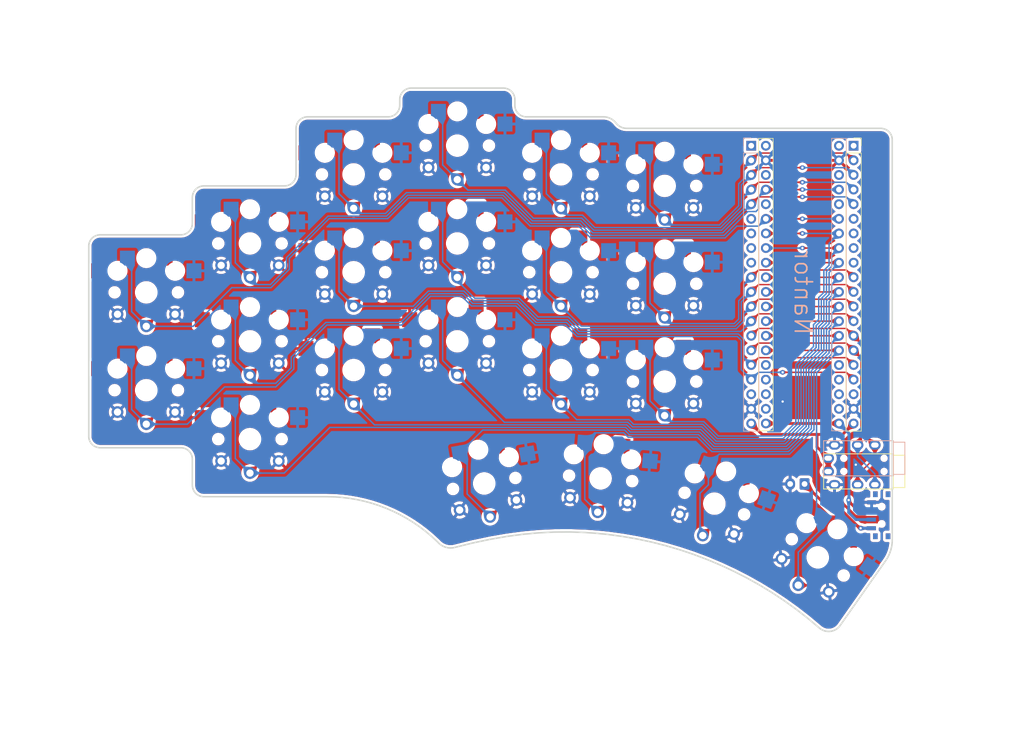
<source format=kicad_pcb>
(kicad_pcb (version 20221018) (generator pcbnew)
  (layers (0 "F.Cu" signal) (31 "B.Cu" signal) (34 "B.Paste" user) (35 "F.Paste" user) (36 "B.SilkS" user "B.Silkscreen") (37 "F.SilkS" user "F.Silkscreen") (38 "B.Mask" user) (39 "F.Mask" user) (44 "Edge.Cuts" user))
  (net 0 "")
  (net 1 "Net-(J2-Pin_1)")
  (net 2 "GND")
  (net 3 "/k00")
  (net 4 "/k01")
  (net 5 "/k02")
  (net 6 "/k03")
  (net 7 "/k04")
  (net 8 "/k05")
  (net 9 "/k10")
  (net 10 "/k11")
  (net 11 "/k12")
  (net 12 "/k13")
  (net 13 "/k14")
  (net 14 "/k15")
  (net 15 "/k21")
  (net 16 "/k22")
  (net 17 "/k23")
  (net 18 "/k24")
  (net 19 "/k25")
  (net 20 "/k33")
  (net 21 "/k34")
  (net 22 "/k35")
  (net 23 "/k36")
  (net 24 "Net-(SW1-B)")
  (net 30 "Net-(U1-PB6)")
  (net 31 "Net-(U1-PB7)")
  (net 33 "+3.3V")
  (footprint "nantor:Kailh_socket_PG1350_optional_reversible_clean" (layer "F.Cu") (at 168.506983 81.277968)
    (fp_text reference "KS12")
    (fp_text value "~")
  )
  (footprint "nantor:Kailh_socket_PG1350_optional_reversible_clean" (layer "F.Cu") (at 96.506983 74.277968)
    (fp_text reference "KS2")
    (fp_text value "~")
  )
  (footprint "nantor:Kailh_socket_PG1350_optional_reversible_clean" (layer "F.Cu") (at 114.506983 62.277968)
    (fp_text reference "KS3")
    (fp_text value "~")
  )
  (footprint "nantor:Kailh_socket_PG1350_optional_reversible_clean" (layer "F.Cu") (at 157.395 115.099 -5)
    (fp_text reference "KS19")
    (fp_text value "~")
  )
  (footprint "nantor:Kailh_socket_PG1350_optional_reversible_clean" (layer "F.Cu") (at 132.506983 57.277968)
    (fp_text reference "KS4")
    (fp_text value "~")
  )
  (footprint "nantor:Kailh_socket_PG1350_optional_reversible_clean" (layer "F.Cu") (at 168.506983 98.277968)
    (fp_text reference "KS17")
    (fp_text value "~")
  )
  (footprint "nantor:Kailh_socket_PG1350_optional_reversible_clean" (layer "F.Cu") (at 150.506983 79.277968)
    (fp_text reference "KS11")
    (fp_text value "~")
  )
  (footprint "nantor:Kailh_socket_PG1350_optional_reversible_clean" (layer "F.Cu") (at 150.506983 96.277968)
    (fp_text reference "KS16")
    (fp_text value "~")
  )
  (footprint "nantor:Kailh_socket_PG1350_optional_reversible_clean" (layer "F.Cu") (at 78.506983 82.777968)
    (fp_text reference "KS1")
    (fp_text value "~")
  )
  (footprint "nantor:Kailh_socket_PG1350_optional_reversible_clean" (layer "F.Cu") (at 78.506983 99.777968)
    (fp_text reference "KS7")
    (fp_text value "~")
  )
  (footprint "nantor:Kailh_socket_PG1350_optional_reversible_clean" (layer "F.Cu") (at 177.147 119.478 -20)
    (fp_text reference "KS20")
    (fp_text value "~")
  )
  (footprint "nantor:BlackPill" (layer "F.Cu") (at 186.081983 57.297968)
    (fp_text reference "U1")
    (fp_text value "YAAJ_WeAct_BlackPill_Part_Like" hide)
  )
  (footprint "nantor:Kailh_socket_PG1350_optional_reversible_clean" (layer "F.Cu") (at 150.506983 62.277968)
    (fp_text reference "KS5")
    (fp_text value "~")
  )
  (footprint "nantor:SW_SPDT_PCM12" (layer "F.Cu") (at 205.876699 121.509898 90)
    (fp_text reference "SW1")
    (fp_text value "Power")
  )
  (footprint "nantor:TRRS-PJ-320A" (layer "F.Cu") (at 208.215182 113.887147 -90)
    (fp_text reference "J1")
    (fp_text value "Bridge")
  )
  (footprint "nantor:Kailh_socket_PG1350_optional_reversible_clean" (layer "F.Cu") (at 168.506983 64.277968)
    (fp_text reference "KS6")
    (fp_text value "~")
  )
  (footprint "nantor:Kailh_socket_PG1350_optional_reversible_clean" (layer "F.Cu") (at 96.506983 108.277968)
    (fp_text reference "KS13")
    (fp_text value "~")
  )
  (footprint "nantor:Kailh_socket_PG1350_optional_reversible_clean" (layer "F.Cu") (at 114.506983 96.277968)
    (fp_text reference "KS14")
    (fp_text value "~")
  )
  (footprint "nantor:Kailh_socket_PG1350_optional_reversible_clean" (layer "F.Cu") (at 137.183 115.982 10)
    (fp_text reference "KS18")
    (fp_text value "~")
  )
  (footprint "nantor:Kailh_socket_PG1350_optional_reversible_clean" (layer "F.Cu") (at 132.506983 74.277968)
    (fp_text reference "KS10")
    (fp_text value "~")
  )
  (footprint "nantor:Kailh_socket_PG1350_optional_reversible_clean" (layer "F.Cu") (at 132.506983 91.277968)
    (fp_text reference "KS15")
    (fp_text value "~")
  )
  (footprint "nantor:Kailh_socket_PG1350_optional_reversible_clean" (layer "F.Cu") (at 195.093 128.82 -35)
    (fp_text reference "KS21")
    (fp_text value "~")
  )
  (footprint "nantor:Kailh_socket_PG1350_optional_reversible_clean" (layer "F.Cu") (at 114.506983 79.277968)
    (fp_text reference "KS9")
    (fp_text value "~")
  )
  (footprint "nantor:Kailh_socket_PG1350_optional_reversible_clean" (layer "F.Cu") (at 96.506983 91.277968)
    (fp_text reference "KS8")
    (fp_text value "~")
  )
  (footprint "nantor:SW_SPDT_PCM12" (layer "B.Cu") (at 205.877 121.51 -90)
    (fp_text reference "SW2")
    (fp_text value "Power")
  )
  (footprint "nantor:JST_EH_S2B-EH_1x02_P2.50mm_Horizontal" (layer "B.Cu") (at 192.806983 116.071469 180)
    (fp_text reference "J2" hide)
    (fp_text value "Batt")
  )
  (gr_poly (pts (xy 117.149878 110.540034) (xy 117.152864 110.641501) (xy 117.160869 110.741629) (xy 117.173769 110.840293) (xy 117.191441 110.937373) (xy 117.213764 111.032745) (xy 117.240613 111.126286) (xy 117.271867 111.217875) (xy 117.307403 111.307388) (xy 117.347097 111.394703) (xy 117.390827 111.479697) (xy 117.43847 111.562248) (xy 117.489904 111.642233) (xy 117.545005 111.71953) (xy 117.603651 111.794016) (xy 117.665718 111.865569) (xy 117.731085 111.934065) (xy 117.799629 111.999383) (xy 117.871225 112.0614) (xy 117.945753 112.119992) (xy 118.023088 112.175039) (xy 118.103109 112.226416) (xy 118.185692 112.274002) (xy 118.270714 112.317674) (xy 118.358054 112.357309) (xy 118.447587 112.392784) (xy 118.539191 112.423978) (xy 118.632744 112.450768) (xy 118.728123 112.47303) (xy 118.825204 112.490643) (xy 118.923865 112.503484) (xy 119.023983 112.511429) (xy 119.125436 112.514358) (xy 119.125436 114.49115) (xy 118.922127 114.48601) (xy 118.721486 114.470756) (xy 118.523761 114.445637) (xy 118.329199 114.410899) (xy 118.13805 114.366792) (xy 117.950561 114.313562) (xy 117.766981 114.251458) (xy 117.587559 114.180728) (xy 117.412542 114.101619) (xy 117.24218 114.014381) (xy 117.07672 113.91926) (xy 116.91641 113.816505) (xy 116.7615 113.706363) (xy 116.612237 113.589083) (xy 116.46887 113.464913) (xy 116.331647 113.3341) (xy 116.200817 113.196892) (xy 116.076627 113.053538) (xy 115.959327 112.904285) (xy 115.849164 112.749382) (xy 115.746387 112.589076) (xy 115.651244 112.423615) (xy 115.563984 112.253247) (xy 115.484854 112.078221) (xy 115.414104 111.898783) (xy 115.351981 111.715183) (xy 115.298735 111.527668) (xy 115.254613 111.336486) (xy 115.219863 111.141885) (xy 115.194734 110.944113) (xy 115.179475 110.743417) (xy 115.174333 110.540047) (xy 115.072881 110.542978) (xy 114.972762 110.550933) (xy 114.874101 110.56379) (xy 114.77702 110.581424) (xy 114.681642 110.603714) (xy 114.58809 110.630535) (xy 114.496485 110.661766) (xy 114.406952 110.697283) (xy 114.319613 110.736962) (xy 114.234591 110.780682) (xy 114.152008 110.828318) (xy 114.071988 110.879749) (xy 113.994652 110.93485) (xy 113.920125 110.993499) (xy 113.848528 111.055573) (xy 113.779985 111.120948) (xy 113.714619 111.189502) (xy 113.652551 111.261112) (xy 113.593905 111.335655) (xy 113.538804 111.413007) (xy 113.487371 111.493046) (xy 113.439727 111.575648) (xy 113.395997 111.660691) (xy 113.356303 111.748051) (xy 113.320767 111.837606) (xy 113.289513 111.929232) (xy 113.262663 112.022806) (xy 113.240341 112.118206) (xy 113.222668 112.215308) (xy 113.209767 112.313989) (xy 113.201762 112.414127) (xy 113.198776 112.515598) (xy 111.223218 112.515598) (xy 111.22836 112.312229) (xy 111.243619 112.111534) (xy 111.268747 111.913763) (xy 111.303497 111.719163) (xy 111.347619 111.527981) (xy 111.400865 111.340466) (xy 111.462987 111.156867) (xy 111.533737 110.97743) (xy 111.612866 110.802403) (xy 111.700126 110.632036) (xy 111.795268 110.466575) (xy 111.898045 110.306269) (xy 112.008207 110.151365) (xy 112.125508 110.002112) (xy 112.249697 109.858758) (xy 112.380527 109.72155) (xy 112.51775 109.590737) (xy 112.661116 109.466566) (xy 112.810379 109.349286) (xy 112.965289 109.239144) (xy 113.125599 109.136388) (xy 113.291059 109.041267) (xy 113.461421 108.954028) (xy 113.636438 108.874919) (xy 113.815861 108.804189) (xy 113.999441 108.742085) (xy 114.18693 108.688855) (xy 114.37808 108.644747) (xy 114.572642 108.610009) (xy 114.770369 108.584889) (xy 114.971011 108.569636) (xy 115.17432 108.564496) (xy 115.17432 108.564483) (xy 117.149878 108.564483)) (fill solid) (layer "F.Cu"))
  (gr_poly (pts (xy 111.753005 110.540305) (xy 111.651552 110.543234) (xy 111.551434 110.551184) (xy 111.452773 110.564032) (xy 111.355692 110.581656) (xy 111.260314 110.603931) (xy 111.166761 110.630736) (xy 111.075157 110.661948) (xy 110.985624 110.697444) (xy 110.898285 110.737101) (xy 110.813262 110.780796) (xy 110.73068 110.828407) (xy 110.650659 110.879811) (xy 110.573324 110.934884) (xy 110.498796 110.993505) (xy 110.4272 111.05555) (xy 110.358657 111.120897) (xy 110.29329 111.189422) (xy 110.231222 111.261003) (xy 110.172577 111.335517) (xy 110.117476 111.412841) (xy 110.066042 111.492853) (xy 110.018399 111.57543) (xy 109.974669 111.660449) (xy 109.934974 111.747786) (xy 109.899439 111.83732) (xy 109.868185 111.928927) (xy 109.841335 112.022485) (xy 109.819012 112.117871) (xy 109.801339 112.214962) (xy 109.788439 112.313635) (xy 109.780434 112.413767) (xy 109.777447 112.515236) (xy 107.80189 112.515236) (xy 107.807031 112.311867) (xy 107.82229 112.111173) (xy 107.847419 111.913401) (xy 107.882168 111.718801) (xy 107.92629 111.527619) (xy 107.979537 111.340105) (xy 108.041659 111.156505) (xy 108.112408 110.977068) (xy 108.191537 110.802042) (xy 108.278797 110.631674) (xy 108.37394 110.466213) (xy 108.476717 110.305907) (xy 108.586879 110.151004) (xy 108.704179 110.001751) (xy 108.828368 109.858396) (xy 108.959199 109.721188) (xy 109.096421 109.590375) (xy 109.239788 109.466204) (xy 109.389051 109.348924) (xy 109.543961 109.238782) (xy 109.70427 109.136026) (xy 109.86973 109.040905) (xy 110.040093 108.953666) (xy 110.21511 108.874557) (xy 110.394532 108.803827) (xy 110.578112 108.741723) (xy 110.765601 108.688493) (xy 110.956751 108.644385) (xy 111.151313 108.609647) (xy 111.34904 108.584527) (xy 111.549682 108.569274) (xy 111.752992 108.564134) (xy 111.753005 108.564121)) (fill solid) (layer "F.Cu"))
  (gr_poly (pts (xy 121.496427 114.49071) (xy 119.52087 114.49071) (xy 119.52087 112.515158) (xy 121.496427 112.515158)) (fill solid) (layer "F.Cu"))
  (gr_poly (pts (xy 140.607062 47.279821) (xy 140.705562 47.287149) (xy 140.803226 47.299281) (xy 140.899888 47.316147) (xy 140.995386 47.33768) (xy 141.089556 47.363813) (xy 141.182232 47.394476) (xy 141.273253 47.429603) (xy 141.362452 47.469125) (xy 141.449667 47.512975) (xy 141.534734 47.561084) (xy 141.617489 47.613385) (xy 141.697767 47.66981) (xy 141.775405 47.73029) (xy 141.850238 47.794759) (xy 141.922104 47.863148) (xy 141.990493 47.935013) (xy 142.054962 48.009846) (xy 142.115443 48.087483) (xy 142.171868 48.16776) (xy 142.224169 48.250514) (xy 142.272278 48.335581) (xy 142.316128 48.422795) (xy 142.35565 48.511995) (xy 142.390777 48.603015) (xy 142.42144 48.695692) (xy 142.447572 48.789861) (xy 142.469105 48.88536) (xy 142.485971 48.982023) (xy 142.498102 49.079687) (xy 142.505431 49.178188) (xy 142.507889 49.277363) (xy 142.507889 50.277363) (xy 142.510347 50.376537) (xy 142.517675 50.475038) (xy 142.529806 50.572703) (xy 142.546673 50.669366) (xy 142.568206 50.764864) (xy 142.594338 50.859034) (xy 142.625001 50.951711) (xy 142.660128 51.042731) (xy 142.69965 51.13193) (xy 142.743499 51.219145) (xy 142.791609 51.304211) (xy 142.843909 51.386965) (xy 142.900334 51.467243) (xy 142.960815 51.54488) (xy 143.025284 51.619713) (xy 143.093674 51.691578) (xy 143.165539 51.759967) (xy 143.240373 51.824435) (xy 143.318011 51.884916) (xy 143.398289 51.941341) (xy 143.481043 51.993641) (xy 143.56611 52.041751) (xy 143.653325 52.0856) (xy 143.742525 52.125123) (xy 143.833545 52.160249) (xy 143.926222 52.190913) (xy 144.020391 52.217045) (xy 144.115889 52.238578) (xy 144.212552 52.255445) (xy 144.310215 52.267576) (xy 144.408716 52.274905) (xy 144.507889 52.277363) (xy 157.895355 52.277367) (xy 158.053729 52.281956) (xy 158.21063 52.295612) (xy 158.365715 52.318164) (xy 158.518638 52.349442) (xy 158.669056 52.389278) (xy 158.816624 52.437502) (xy 158.960999 52.493944) (xy 159.101837 52.558435) (xy 159.238793 52.630804) (xy 159.371523 52.710883) (xy 159.499683 52.798502) (xy 159.62293 52.89349) (xy 159.740917 52.99568) (xy 159.853303 53.104901) (xy 159.959742 53.220983) (xy 160.059891 53.343758) (xy 160.077408 53.366547) (xy 160.162945 53.47141) (xy 160.253855 53.570558) (xy 160.349844 53.663845) (xy 160.450619 53.751126) (xy 160.555885 53.832257) (xy 160.665349 53.907092) (xy 160.778715 53.975488) (xy 160.895691 54.037299) (xy 161.015982 54.092381) (xy 161.139294 54.140588) (xy 161.265333 54.181776) (xy 161.393806 54.215799) (xy 161.524418 54.242515) (xy 161.656874 54.261776) (xy 161.790882 54.273439) (xy 161.926147 54.277359) (xy 206.037186 54.277359) (xy 206.136359 54.279817) (xy 206.234859 54.287146) (xy 206.332523 54.299277) (xy 206.429185 54.316143) (xy 206.524683 54.337677) (xy 206.618852 54.363809) (xy 206.711529 54.394472) (xy 206.802549 54.429599) (xy 206.891749 54.469121) (xy 206.978964 54.512971) (xy 207.064031 54.56108) (xy 207.146785 54.613381) (xy 207.227064 54.669806) (xy 207.304701 54.730287) (xy 207.379535 54.794755) (xy 207.451401 54.863144) (xy 207.51979 54.935009) (xy 207.584259 55.009842) (xy 207.64474 55.087479) (xy 207.701165 55.167756) (xy 207.753466 55.25051) (xy 207.801575 55.335577) (xy 207.845425 55.422792) (xy 207.884947 55.511991) (xy 207.920073 55.603011) (xy 207.950737 55.695688) (xy 207.976869 55.789857) (xy 207.998402 55.885356) (xy 208.015268 55.982019) (xy 208.027399 56.079683) (xy 208.034728 56.178185) (xy 208.037186 56.277359) (xy 208.037201 125.767593) (xy 208.032512 126.011234) (xy 208.018498 126.25388) (xy 207.995239 126.495277) (xy 207.962816 126.735172) (xy 207.921308 126.973311) (xy 207.870795 127.209441) (xy 207.811358 127.443309) (xy 207.743076 127.674662) (xy 207.66603 127.903245) (xy 207.5803 128.128805) (xy 207.485966 128.351089) (xy 207.383107 128.569843) (xy 207.271804 128.784814) (xy 207.152137 128.995749) (xy 207.024186 129.202394) (xy 206.888031 129.404495) (xy 198.988876 140.656372) (xy 198.911521 140.760587) (xy 198.829181 140.860074) (xy 198.742082 140.954697) (xy 198.65045 141.044323) (xy 198.554512 141.128814) (xy 198.454493 141.208035) (xy 198.350621 141.281851) (xy 198.24312 141.350126) (xy 198.132218 141.412725) (xy 198.018141 141.469512) (xy 197.901114 141.520351) (xy 197.781365 141.565107) (xy 197.659119 141.603644) (xy 197.534603 141.635827) (xy 197.408042 141.66152) (xy 197.279663 141.680588) (xy 197.150456 141.692838) (xy 197.021426 141.69822) (xy 196.892825 141.696813) (xy 196.764907 141.688692) (xy 196.637923 141.673936) (xy 196.512124 141.652622) (xy 196.387763 141.624827) (xy 196.265093 141.59063) (xy 196.144364 141.550106) (xy 196.02583 141.503334) (xy 195.909742 141.450392) (xy 195.796352 141.391355) (xy 195.685913 141.326303) (xy 195.578676 141.255313) (xy 195.474893 141.178461) (xy 195.374817 141.095825) (xy 195.351318 141.075333) (xy 195.342282 141.06749) (xy 195.332035 141.058517) (xy 195.321805 141.049579) (xy 195.31282 141.04184) (xy 193.354234 139.399813) (xy 191.340502 137.836923) (xy 189.274087 136.354217) (xy 187.157453 134.952743) (xy 184.993064 133.633546) (xy 182.783384 132.397676) (xy 180.530876 131.246178) (xy 178.238005 130.1801) (xy 175.907233 129.20049) (xy 173.541025 128.308394) (xy 171.141844 127.504861) (xy 168.712154 126.790936) (xy 166.254419 126.167667) (xy 163.771102 125.636102) (xy 161.264668 125.197288) (xy 158.737579 124.852272) (xy 157.807304 124.752673) (xy 156.747551 124.65447) (xy 155.68671 124.56879) (xy 154.753174 124.50676) (xy 152.112063 124.411188) (xy 149.449352 124.424726) (xy 146.745477 124.553332) (xy 143.980873 124.802961) (xy 141.135974 125.179573) (xy 138.191215 125.689122) (xy 135.127032 126.337568) (xy 131.923859 127.130867) (xy 131.726151 127.162866) (xy 131.52835 127.181417) (xy 131.331064 127.186731) (xy 131.134899 127.179019) (xy 130.940462 127.158491) (xy 130.748359 127.125358) (xy 130.559199 127.079831) (xy 130.373587 127.02212) (xy 130.19213 126.952435) (xy 130.015436 126.870988) (xy 129.844111 126.777989) (xy 129.678762 126.673649) (xy 129.519996 126.558178) (xy 129.368419 126.431787) (xy 129.22464 126.294687) (xy 129.089264 126.147087) (xy 129.008057 126.068176) (xy 128.024161 125.157373) (xy 127.001501 124.299028) (xy 125.942219 123.49401) (xy 124.848458 122.74319) (xy 123.72236 122.047436) (xy 122.56607 121.407619) (xy 121.38173 120.82461) (xy 120.171483 120.299276) (xy 118.937472 119.832489) (xy 117.68184 119.425119) (xy 116.406731 119.078034) (xy 115.114286 118.792105) (xy 113.806649 118.568202) (xy 112.485964 118.407194) (xy 111.154372 118.309951) (xy 109.814018 118.277344) (xy 88.507812 118.277344) (xy 88.408638 118.274886) (xy 88.310137 118.267557) (xy 88.212473 118.255426) (xy 88.11581 118.23856) (xy 88.020312 118.217027) (xy 87.926142 118.190895) (xy 87.833466 118.160231) (xy 87.742446 118.125105) (xy 87.653247 118.085583) (xy 87.566032 118.041733) (xy 87.480966 117.993624) (xy 87.398212 117.941323) (xy 87.317934 117.884898) (xy 87.240296 117.824417) (xy 87.165463 117.759948) (xy 87.093597 117.691559) (xy 87.025208 117.619693) (xy 86.960739 117.54486) (xy 86.900258 117.467222) (xy 86.843833 117.386945) (xy 86.791532 117.304191) (xy 86.743423 117.219124) (xy 86.699573 117.13191) (xy 86.660051 117.04271) (xy 86.624925 116.95169) (xy 86.594261 116.859014) (xy 86.568129 116.764845) (xy 86.546596 116.669346) (xy 86.52973 116.572683) (xy 86.517599 116.475019) (xy 86.51027 116.376518) (xy 86.507813 116.277344) (xy 86.507813 111.777344) (xy 86.505355 111.678169) (xy 86.498026 111.579668) (xy 86.485895 111.482004) (xy 86.469029 111.385341) (xy 86.447496 111.289843) (xy 86.421363 111.195674) (xy 86.3907 111.102997) (xy 86.355574 111.011977) (xy 86.316052 110.922778) (xy 86.272202 110.835563) (xy 86.224093 110.750497) (xy 86.171792 110.667743) (xy 86.115367 110.587465) (xy 86.054886 110.509828) (xy 85.990417 110.434994) (xy 85.922028 110.363129) (xy 85.850162 110.294739) (xy 85.775329 110.23027) (xy 85.697691 110.169789) (xy 85.617413 110.113364) (xy 85.534659 110.061063) (xy 85.449593 110.012954) (xy 85.362378 109.969105) (xy 85.273179 109.929583) (xy 85.182159 109.894456) (xy 85.089483 109.863793) (xy 84.995313 109.837661) (xy 84.899815 109.816127) (xy 84.803152 109.799261) (xy 84.705488 109.78713) (xy 84.606987 109.779802) (xy 84.507813 109.777344) (xy 70.507813 109.777344) (xy 70.408638 109.774886) (xy 70.310137 109.767557) (xy 70.212473 109.755426) (xy 70.11581 109.73856) (xy 70.020312 109.717027) (xy 69.926142 109.690895) (xy 69.833466 109.660232) (xy 69.742446 109.625105) (xy 69.653247 109.585583) (xy 69.566032 109.541733) (xy 69.480966 109.493624) (xy 69.398212 109.441323) (xy 69.317934 109.384898) (xy 69.240296 109.324417) (xy 69.165463 109.259948) (xy 69.093597 109.191559) (xy 69.025208 109.119693) (xy 68.960739 109.04486) (xy 68.900258 108.967222) (xy 68.843833 108.886945) (xy 68.791532 108.804191) (xy 68.743423 108.719124) (xy 68.699573 108.63191) (xy 68.660051 108.54271) (xy 68.624925 108.45169) (xy 68.594261 108.359014) (xy 68.568129 108.264845) (xy 68.546596 108.169346) (xy 68.52973 108.072683) (xy 68.517599 107.975019) (xy 68.51027 107.876518) (xy 68.507813 107.777344) (xy 68.507813 74.777344) (xy 68.51027 74.678169) (xy 68.517599 74.579668) (xy 68.52973 74.482004) (xy 68.546596 74.385341) (xy 68.568129 74.289843) (xy 68.594261 74.195674) (xy 68.624925 74.102997) (xy 68.660051 74.011977) (xy 68.699573 73.922778) (xy 68.743423 73.835563) (xy 68.791532 73.750497) (xy 68.843833 73.667743) (xy 68.900258 73.587465) (xy 68.960739 73.509828) (xy 69.025208 73.434994) (xy 69.093597 73.363129) (xy 69.165463 73.294739) (xy 69.240296 73.23027) (xy 69.317934 73.169789) (xy 69.398212 73.113364) (xy 69.480966 73.061063) (xy 69.566032 73.012954) (xy 69.653247 72.969105) (xy 69.742446 72.929583) (xy 69.833466 72.894456) (xy 69.926142 72.863793) (xy 70.020312 72.837661) (xy 70.11581 72.816128) (xy 70.212473 72.799261) (xy 70.310137 72.78713) (xy 70.408638 72.779802) (xy 70.507813 72.777344) (xy 84.507813 72.777344) (xy 84.606987 72.774886) (xy 84.705488 72.767557) (xy 84.803152 72.755426) (xy 84.899815 72.73856) (xy 84.995313 72.717027) (xy 85.089483 72.690895) (xy 85.182159 72.660231) (xy 85.273179 72.625105) (xy 85.362378 72.585583) (xy 85.449593 72.541733) (xy 85.534659 72.493624) (xy 85.617413 72.441323) (xy 85.697691 72.384898) (xy 85.775329 72.324417) (xy 85.850162 72.259948) (xy 85.922028 72.191559) (xy 85.990417 72.119693) (xy 86.054886 72.04486) (xy 86.115367 71.967222) (xy 86.171792 71.886945) (xy 86.224093 71.804191) (xy 86.272202 71.719124) (xy 86.316052 71.63191) (xy 86.355574 71.54271) (xy 86.3907 71.45169) (xy 86.421363 71.359014) (xy 86.447496 71.264845) (xy 86.469029 71.169346) (xy 86.485895 71.072683) (xy 86.498026 70.975019) (xy 86.505355 70.876518) (xy 86.507813 70.777344) (xy 86.507813 66.277344) (xy 86.51027 66.178169) (xy 86.517599 66.079668) (xy 86.52973 65.982004) (xy 86.546596 65.885341) (xy 86.568129 65.789843) (xy 86.594261 65.695674) (xy 86.624925 65.602997) (xy 86.660051 65.511977) (xy 86.699573 65.422778) (xy 86.743423 65.335563) (xy 86.791532 65.250497) (xy 86.843833 65.167743) (xy 86.900258 65.087465) (xy 86.960739 65.009828) (xy 87.025208 64.934994) (xy 87.093597 64.863129) (xy 87.165463 64.794739) (xy 87.240296 64.73027) (xy 87.317934 64.669789) (xy 87.398212 64.613364) (xy 87.480966 64.561064) (xy 87.566032 64.512954) (xy 87.653247 64.469105) (xy 87.742446 64.429583) (xy 87.833466 64.394456) (xy 87.926142 64.363793) (xy 88.020312 64.337661) (xy 88.11581 64.316127) (xy 88.212473 64.299261) (xy 88.310137 64.28713) (xy 88.408638 64.279802) (xy 88.507812 64.277344) (xy 102.507812 64.277344) (xy 102.606987 64.274886) (xy 102.705488 64.267557) (xy 102.803152 64.255426) (xy 102.899815 64.23856) (xy 102.995313 64.217027) (xy 103.089483 64.190895) (xy 103.182159 64.160232) (xy 103.273179 64.125105) (xy 103.362378 64.085583) (xy 103.449593 64.041733) (xy 103.534659 63.993624) (xy 103.617413 63.941323) (xy 103.697691 63.884898) (xy 103.775329 63.824417) (xy 103.850162 63.759948) (xy 103.922028 63.691559) (xy 103.990417 63.619694) (xy 104.054886 63.544861) (xy 104.115367 63.467224) (xy 104.171792 63.386946) (xy 104.224093 63.304192) (xy 104.272202 63.219126) (xy 104.316052 63.131911) (xy 104.355574 63.042712) (xy 104.3907 62.951692) (xy 104.421364 62.859015) (xy 104.447496 62.764845) (xy 104.469029 62.669347) (xy 104.485895 62.572684) (xy 104.498026 62.475019) (xy 104.505355 62.376518) (xy 104.507812 62.277344) (xy 104.507812 54.277344) (xy 104.51027 54.178169) (xy 104.517599 54.079668) (xy 104.52973 53.982004) (xy 104.546596 53.885341) (xy 104.568129 53.789842) (xy 104.594261 53.695673) (xy 104.624925 53.602996) (xy 104.660051 53.511976) (xy 104.699573 53.422776) (xy 104.743423 53.335561) (xy 104.791532 53.250495) (xy 104.843833 53.167741) (xy 104.900258 53.087464) (xy 104.960739 53.009826) (xy 105.025208 52.934993) (xy 105.093597 52.863129) (xy 105.165463 52.79474) (xy 105.240296 52.730271) (xy 105.317934 52.669791) (xy 105.398212 52.613366) (xy 105.480966 52.561065) (xy 105.566032 52.512956) (xy 105.653247 52.469106) (xy 105.742446 52.429584) (xy 105.833466 52.394457) (xy 105.926142 52.363794) (xy 106.020312 52.337661) (xy 106.11581 52.316128) (xy 106.212473 52.299262) (xy 106.310137 52.28713) (xy 106.408638 52.279802) (xy 106.507812 52.277344) (xy 120.507813 52.277344) (xy 120.606987 52.274886) (xy 120.705488 52.267557) (xy 120.803152 52.255426) (xy 120.899815 52.238559) (xy 120.995313 52.217026) (xy 121.089483 52.190894) (xy 121.182159 52.16023) (xy 121.273179 52.125104) (xy 121.362378 52.085581) (xy 121.449593 52.041732) (xy 121.534659 51.993622) (xy 121.617413 51.941321) (xy 121.697691 51.884897) (xy 121.775329 51.824416) (xy 121.850162 51.759948) (xy 121.922028 51.691559) (xy 121.990417 51.619694) (xy 122.054886 51.544861) (xy 122.115367 51.467224) (xy 122.171792 51.386946) (xy 122.224093 51.304192) (xy 122.272202 51.219126) (xy 122.316052 51.131911) (xy 122.355574 51.042712) (xy 122.3907 50.951692) (xy 122.421364 50.859015) (xy 122.447496 50.764845) (xy 122.469029 50.669347) (xy 122.485895 50.572684) (xy 122.498026 50.475019) (xy 122.505355 50.376518) (xy 122.507813 50.277344) (xy 122.507813 49.277344) (xy 122.507889 49.277363) (xy 122.510347 49.178188) (xy 122.517675 49.079687) (xy 122.529807 48.982023) (xy 122.546673 48.88536) (xy 122.568206 48.789861) (xy 122.594338 48.695692) (xy 122.625001 48.603015) (xy 122.660128 48.511995) (xy 122.69965 48.422795) (xy 122.743499 48.335581) (xy 122.791608 48.250514) (xy 122.84391 48.16776) (xy 122.900334 48.087483) (xy 122.960815 48.009846) (xy 123.025284 47.935013) (xy 123.093674 47.863148) (xy 123.165539 47.794759) (xy 123.240373 47.73029) (xy 123.31801 47.66981) (xy 123.398288 47.613385) (xy 123.481042 47.561084) (xy 123.566108 47.512975) (xy 123.653323 47.469125) (xy 123.742522 47.429603) (xy 123.833542 47.394476) (xy 123.926219 47.363813) (xy 124.020388 47.33768) (xy 124.115886 47.316147) (xy 124.212549 47.299281) (xy 124.310213 47.287149) (xy 124.408714 47.279821) (xy 124.507889 47.277363) (xy 140.507889 47.277363)) (stroke (width 0.264582)) (fill none) (layer "Edge.Cuts"))
  (gr_text "Nantor" (at 190.814983 90.417469 -90) (layer "B.SilkS") (effects (font (size 3 3) (thickness 0.3) bold) (justify left bottom mirror)))
  (segment (start 202.540699 123.759898) (end 202.541699 123.760898) (width 0.5) (layer "F.Cu") (net 1))
  (segment (start 192.806983 116.071469) (end 197.533482 120.797968) (width 0.5) (layer "F.Cu") (net 1))
  (segment (start 199.415983 120.797968) (end 202.377913 123.759898) (width 0.5) (layer "F.Cu") (net 1))
  (segment (start 202.541699 123.760898) (end 202.542699 123.759898) (width 0.5) (layer "F.Cu") (net 1))
  (segment (start 197.533482 120.797968) (end 199.415983 120.797968) (width 0.5) (layer "F.Cu") (net 1))
  (segment (start 202.542699 123.759898) (end 204.446699 123.759898) (width 0.5) (layer "F.Cu") (net 1))
  (segment (start 202.377913 123.759898) (end 202.540699 123.759898) (width 0.5) (layer "F.Cu") (net 1))
  (via (at 202.541699 123.760898) (size 0.8) (drill 0.4) (layers "F.Cu" "B.Cu") (net 1))
  (segment (start 204.446102 123.760898) (end 204.447 123.76) (width 0.5) (layer "B.Cu") (net 1))
  (segment (start 202.541699 123.760898) (end 204.446102 123.760898) (width 0.5) (layer "B.Cu") (net 1))
  (segment (start 186.081983 59.837968) (end 198.781983 59.837968) (width 0.5) (layer "F.Cu") (net 2))
  (via (at 189 101.747968) (size 0.8) (drill 0.4) (layers "F.Cu" "B.Cu") (net 2))
  (via (at 201.702569 112.720089) (size 0.8) (drill 0.4) (layers "F.Cu" "B.Cu") (net 2))
  (segment (start 78.506983 88.677968) (end 81.046983 86.137968) (width 0.25) (layer "F.Cu") (net 3))
  (segment (start 186.081983 69.997968) (end 192.432 69.997968) (width 0.25) (layer "F.Cu") (net 3))
  (segment (start 81.046983 86.137968) (end 81.046983 77.562968) (width 0.25) (layer "F.Cu") (net 3))
  (segment (start 81.046983 77.562968) (end 81.781983 76.827968) (width 0.25) (layer "F.Cu") (net 3))
  (via (at 192.432 69.997968) (size 0.8) (drill 0.4) (layers "F.Cu" "B.Cu") (net 3))
  (segment (start 120.415421 69.968968) (end 124.029491 66.354898) (width 0.25) (layer "B.Cu") (net 3))
  (segment (start 124.029491 66.354898) (end 140.267793 66.354898) (width 0.25) (layer "B.Cu") (net 3))
  (segment (start 153.576115 71.249898) (end 155.645185 73.318968) (width 0.25) (layer "B.Cu") (net 3))
  (segment (start 75.966983 77.562968) (end 75.231983 76.827968) (width 0.25) (layer "B.Cu") (net 3))
  (segment (start 155.645185 73.318968) (end 179.007379 73.318968) (width 0.25) (layer "B.Cu") (net 3))
  (segment (start 78.506983 88.677968) (end 75.966983 86.137968) (width 0.25) (layer "B.Cu") (net 3))
  (segment (start 86.631983 88.677968) (end 93.345053 81.964898) (width 0.25) (layer "B.Cu") (net 3))
  (segment (start 93.345053 81.964898) (end 100.15291 81.964898) (width 0.25) (layer "B.Cu") (net 3))
  (segment (start 145.162793 71.249898) (end 153.576115 71.249898) (width 0.25) (layer "B.Cu") (net 3))
  (segment (start 110.254025 69.968968) (end 120.415421 69.968968) (width 0.25) (layer "B.Cu") (net 3))
  (segment (start 184.811983 71.267968) (end 186.081983 69.997968) (width 0.25) (layer "B.Cu") (net 3))
  (segment (start 140.267793 66.354898) (end 145.162793 71.249898) (width 0.25) (layer "B.Cu") (net 3))
  (segment (start 100.15291 81.964898) (end 103.337397 78.780411) (width 0.25) (layer "B.Cu") (net 3))
  (segment (start 181.058379 71.267968) (end 184.811983 71.267968) (width 0.25) (layer "B.Cu") (net 3))
  (segment (start 103.337397 78.780411) (end 103.337397 76.885596) (width 0.25) (layer "B.Cu") (net 3))
  (segment (start 78.506983 88.677968) (end 86.631983 88.677968) (width 0.25) (layer "B.Cu") (net 3))
  (segment (start 179.007379 73.318968) (end 181.058379 71.267968) (width 0.25) (layer "B.Cu") (net 3))
  (segment (start 198.781983 69.997968) (end 192.432 69.997968) (width 0.25) (layer "B.Cu") (net 3))
  (segment (start 103.337397 76.885596) (end 110.254025 69.968968) (width 0.25) (layer "B.Cu") (net 3))
  (segment (start 75.966983 86.137968) (end 75.966983 77.562968) (width 0.25) (layer "B.Cu") (net 3))
  (segment (start 99.046983 77.637968) (end 99.046983 69.062968) (width 0.25) (layer "F.Cu") (net 4))
  (segment (start 99.046983 69.062968) (end 99.781983 68.327968) (width 0.25) (layer "F.Cu") (net 4))
  (segment (start 192.338983 64.917968) (end 186.081983 64.917968) (width 0.25) (layer "F.Cu") (net 4))
  (segment (start 96.506983 80.177968) (end 99.046983 77.637968) (width 0.25) (layer "F.Cu") (net 4))
  (via (at 192.432 64.917968) (size 0.8) (drill 0.4) (layers "F.Cu" "B.Cu") (net 4))
  (segment (start 145.349189 70.799898) (end 153.762511 70.799898) (width 0.25) (layer "B.Cu") (net 4))
  (segment (start 153.762511 70.799898) (end 155.831581 72.868968) (width 0.25) (layer "B.Cu") (net 4))
  (segment (start 100.053444 81.427968) (end 102.847983 78.633429) (width 0.25) (layer "B.Cu") (net 4))
  (segment (start 110.067629 69.518968) (end 120.229025 69.518968) (width 0.25) (layer "B.Cu") (net 4))
  (segment (start 140.454189 65.904898) (end 145.349189 70.799898) (width 0.25) (layer "B.Cu") (net 4))
  (segment (start 184.810983 66.188968) (end 186.081983 64.917968) (width 0.25) (layer "B.Cu") (net 4))
  (segment (start 192.338983 64.917968) (end 198.781983 64.917968) (width 0.25) (layer "B.Cu") (net 4))
  (segment (start 120.229025 69.518968) (end 123.843095 65.904898) (width 0.25) (layer "B.Cu") (net 4))
  (segment (start 102.847983 76.738614) (end 110.067629 69.518968) (width 0.25) (layer "B.Cu") (net 4))
  (segment (start 182.961983 68.727968) (end 184.372334 68.727968) (width 0.25) (layer "B.Cu") (net 4))
  (segment (start 93.966983 77.637968) (end 93.966983 69.062968) (width 0.25) (layer "B.Cu") (net 4))
  (segment (start 96.506983 80.177968) (end 97.756983 81.427968) (width 0.25) (layer "B.Cu") (net 4))
  (segment (start 93.966983 69.062968) (end 93.231983 68.327968) (width 0.25) (layer "B.Cu") (net 4))
  (segment (start 97.756983 81.427968) (end 100.053444 81.427968) (width 0.25) (layer "B.Cu") (net 4))
  (segment (start 184.372334 68.727968) (end 184.810983 68.289319) (width 0.25) (layer "B.Cu") (net 4))
  (segment (start 178.820983 72.868968) (end 182.961983 68.727968) (width 0.25) (layer "B.Cu") (net 4))
  (segment (start 123.843095 65.904898) (end 140.454189 65.904898) (width 0.25) (layer "B.Cu") (net 4))
  (segment (start 155.831581 72.868968) (end 178.820983 72.868968) (width 0.25) (layer "B.Cu") (net 4))
  (segment (start 96.506983 80.177968) (end 93.966983 77.637968) (width 0.25) (layer "B.Cu") (net 4))
  (segment (start 184.810983 68.289319) (end 184.810983 66.188968) (width 0.25) (layer "B.Cu") (net 4))
  (segment (start 102.847983 78.633429) (end 102.847983 76.738614) (width 0.25) (layer "B.Cu") (net 4))
  (segment (start 114.506983 68.177968) (end 117.046983 65.637968) (width 0.25) (layer "F.Cu") (net 5))
  (segment (start 192.239482 66.187968) (end 192.338983 66.287469) (width 0.25) (layer "F.Cu") (net 5))
  (segment (start 117.046983 57.062968) (end 117.781983 56.327968) (width 0.25) (layer "F.Cu") (net 5))
  (segment (start 184.811983 66.187968) (end 192.239482 66.187968) (width 0.25) (layer "F.Cu") (net 5))
  (segment (start 117.046983 65.637968) (end 117.046983 57.062968) (width 0.25) (layer "F.Cu") (net 5))
  (segment (start 183.541983 67.457968) (end 184.811983 66.187968) (width 0.25) (layer "F.Cu") (net 5))
  (via (at 192.432 66.187968) (size 0.8) (drill 0.4) (layers "F.Cu" "B.Cu") (net 5))
  (segment (start 123.656699 65.454898) (end 140.640585 65.454898) (width 0.25) (layer "B.Cu") (net 5))
  (segment (start 120.042629 69.068968) (end 123.656699 65.454898) (width 0.25) (layer "B.Cu") (net 5))
  (segment (start 200.051983 66.187968) (end 192.432 66.187968) (width 0.25) (layer "B.Cu") (net 5))
  (segment (start 201.321983 67.457968) (end 200.051983 66.187968) (width 0.25) (layer "B.Cu") (net 5))
  (segment (start 114.506983 68.177968) (end 111.966983 65.637968) (width 0.25) (layer "B.Cu") (net 5))
  (segment (start 114.506983 68.177968) (end 115.397983 69.068968) (width 0.25) (layer "B.Cu") (net 5))
  (segment (start 115.397983 69.068968) (end 120.042629 69.068968) (width 0.25) (layer "B.Cu") (net 5))
  (segment (start 156.017977 72.418968) (end 178.580983 72.418968) (width 0.25) (layer "B.Cu") (net 5))
  (segment (start 178.580983 72.418968) (end 183.541983 67.457968) (width 0.25) (layer "B.Cu") (net 5))
  (segment (start 153.948907 70.349898) (end 156.017977 72.418968) (width 0.25) (layer "B.Cu") (net 5))
  (segment (start 111.966983 57.062968) (end 111.231983 56.327968) (width 0.25) (layer "B.Cu") (net 5))
  (segment (start 140.640585 65.454898) (end 145.535585 70.349898) (width 0.25) (layer "B.Cu") (net 5))
  (segment (start 111.966983 65.637968) (end 111.966983 57.062968) (width 0.25) (layer "B.Cu") (net 5))
  (segment (start 145.535585 70.349898) (end 153.948907 70.349898) (width 0.25) (layer "B.Cu") (net 5))
  (segment (start 135.046983 60.637968) (end 135.046983 52.062968) (width 0.25) (layer "F.Cu") (net 6))
  (segment (start 192.239482 63.647968) (end 192.338983 63.747469) (width 0.25) (layer "F.Cu") (net 6))
  (segment (start 135.046983 52.062968) (end 135.781983 51.327968) (width 0.25) (layer "F.Cu") (net 6))
  (segment (start 184.811983 63.647968) (end 192.239482 63.647968) (width 0.25) (layer "F.Cu") (net 6))
  (segment (start 132.506983 63.177968) (end 135.046983 60.637968) (width 0.25) (layer "F.Cu") (net 6))
  (segment (start 183.541983 64.917968) (end 184.811983 63.647968) (width 0.25) (layer "F.Cu") (net 6))
  (via (at 192.432 63.647968) (size 0.8) (drill 0.4) (layers "F.Cu" "B.Cu") (net 6))
  (segment (start 200.051983 63.647968) (end 192.432 63.647968) (width 0.25) (layer "B.Cu") (net 6))
  (segment (start 129.966983 60.637968) (end 129.966983 52.062968) (width 0.25) (layer "B.Cu") (net 6))
  (segment (start 129.966983 52.062968) (end 129.231983 51.327968) (width 0.25) (layer "B.Cu") (net 6))
  (segment (start 201.321983 64.917968) (end 200.051983 63.647968) (width 0.25) (layer "B.Cu") (net 6))
  (segment (start 182.270983 68.092572) (end 182.270983 66.187968) (width 0.25) (layer "B.Cu") (net 6))
  (segment (start 132.506983 63.177968) (end 129.966983 60.637968) (width 0.25) (layer "B.Cu") (net 6))
  (segment (start 178.394587 71.968968) (end 182.270983 68.092572) (width 0.25) (layer "B.Cu") (net 6))
  (segment (start 182.270983 66.187968) (end 182.271983 66.187968) (width 0.25) (layer "B.Cu") (net 6))
  (segment (start 145.721981 69.899898) (end 154.135303 69.899898) (width 0.25) (layer "B.Cu") (net 6))
  (segment (start 132.506983 63.177968) (end 134.333913 65.004898) (width 0.25) (layer "B.Cu") (net 6))
  (segment (start 154.135303 69.899898) (end 156.204373 71.968968) (width 0.25) (layer "B.Cu") (net 6))
  (segment (start 134.333913 65.004898) (end 140.826981 65.004898) (width 0.25) (layer "B.Cu") (net 6))
  (segment (start 140.826981 65.004898) (end 145.721981 69.899898) (width 0.25) (layer "B.Cu") (net 6))
  (segment (start 182.271983 66.187968) (end 183.541983 64.917968) (width 0.25) (layer "B.Cu") (net 6))
  (segment (start 156.204373 71.968968) (end 178.394587 71.968968) (width 0.25) (layer "B.Cu") (net 6))
  (segment (start 184.811983 61.107968) (end 192.239482 61.107968) (width 0.25) (layer "F.Cu") (net 7))
  (segment (start 153.046983 57.062968) (end 153.781983 56.327968) (width 0.25) (layer "F.Cu") (net 7))
  (segment (start 150.506983 68.177968) (end 153.046983 65.637968) (width 0.25) (layer "F.Cu") (net 7))
  (segment (start 183.541983 62.377968) (end 184.811983 61.107968) (width 0.25) (layer "F.Cu") (net 7))
  (segment (start 153.046983 65.637968) (end 153.046983 57.062968) (width 0.25) (layer "F.Cu") (net 7))
  (segment (start 192.239482 61.107968) (end 192.338983 61.207469) (width 0.25) (layer "F.Cu") (net 7))
  (via (at 192.430983 61.107968) (size 0.8) (drill 0.4) (layers "F.Cu" "B.Cu") (net 7))
  (segment (start 150.506983 68.177968) (end 151.691983 69.362968) (width 0.25) (layer "B.Cu") (net 7))
  (segment (start 181.820983 64.098968) (end 183.541983 62.377968) (width 0.25) (layer "B.Cu") (net 7))
  (segment (start 151.691983 69.362968) (end 154.234769 69.362968) (width 0.25) (layer "B.Cu") (net 7))
  (segment (start 147.966983 57.062968) (end 147.231983 56.327968) (width 0.25) (layer "B.Cu") (net 7))
  (segment (start 150.506983 68.177968) (end 147.966983 65.637968) (width 0.25) (layer "B.Cu") (net 7))
  (segment (start 201.321983 62.377968) (end 200.051983 61.107968) (width 0.25) (layer "B.Cu") (net 7))
  (segment (start 181.820983 67.906176) (end 181.820983 64.098968) (width 0.25) (layer "B.Cu") (net 7))
  (segment (start 156.390769 71.518968) (end 178.208191 71.518968) (width 0.25) (layer "B.Cu") (net 7))
  (segment (start 178.208191 71.518968) (end 181.820983 67.906176) (width 0.25) (layer "B.Cu") (net 7))
  (segment (start 154.234769 69.362968) (end 156.390769 71.518968) (width 0.25) (layer "B.Cu") (net 7))
  (segment (start 200.051983 61.107968) (end 192.430983 61.107968) (width 0.25) (layer "B.Cu") (net 7))
  (segment (start 147.966983 65.637968) (end 147.966983 57.062968) (width 0.25) (layer "B.Cu") (net 7))
  (segment (start 184.811983 58.567968) (end 200.051983 58.567968) (width 0.25) (layer "F.Cu") (net 8))
  (segment (start 200.051983 58.567968) (end 201.321983 59.837968) (width 0.25) (layer "F.Cu") (net 8))
  (segment (start 171.046983 67.637968) (end 171.046983 59.062968) (width 0.25) (layer "F.Cu") (net 8))
  (segment (start 171.046983 59.062968) (end 171.781983 58.327968) (width 0.25) (layer "F.Cu") (net 8))
  (segment (start 168.506983 70.177968) (end 171.046983 67.637968) (width 0.25) (layer "F.Cu") (net 8))
  (segment (start 183.541983 59.837968) (end 184.811983 58.567968) (width 0.25) (layer "F.Cu") (net 8))
  (segment (start 181.370983 67.71978) (end 181.370983 63.912572) (width 0.25) (layer "B.Cu") (net 8))
  (segment (start 182.270983 61.108968) (end 183.541983 59.837968) (width 0.25) (layer "B.Cu") (net 8))
  (segment (start 169.397983 71.068968) (end 178.021795 71.068968) (width 0.25) (layer "B.Cu") (net 8))
  (segment (start 178.021795 71.068968) (end 181.370983 67.71978) (width 0.25) (layer "B.Cu") (net 8))
  (segment (start 168.506983 70.177968) (end 165.966983 67.637968) (width 0.25) (layer "B.Cu") (net 8))
  (segment (start 168.506983 70.177968) (end 169.397983 71.068968) (width 0.25) (layer "B.Cu") (net 8))
  (segment (start 165.966983 59.062968) (end 165.231983 58.327968) (width 0.25) (layer "B.Cu") (net 8))
  (segment (start 182.270983 63.012572) (end 182.270983 61.108968) (width 0.25) (layer "B.Cu") (net 8))
  (segment (start 181.370983 63.912572) (end 182.270983 63.012572) (width 0.25) (layer "B.Cu") (net 8))
  (segment (start 165.966983 67.637968) (end 165.966983 59.062968) (width 0.25) (layer "B.Cu") (net 8))
  (segment (start 81.046983 94.562968) (end 81.781983 93.827968) (width 0.25) (layer "F.Cu") (net 9))
  (segment (start 201.321983 97.937968) (end 200.051983 96.667968) (width 0.25) (layer "F.Cu") (net 9))
  (segment (start 81.046983 103.137968) (end 81.046983 94.562968) (width 0.25) (layer "F.Cu") (net 9))
  (segment (start 78.506983 105.677968) (end 81.046983 103.137968) (width 0.25) (layer "F.Cu") (net 9))
  (segment (start 200.051983 96.667968) (end 189 96.667968) (width 0.25) (layer "F.Cu") (net 9))
  (via (at 189 96.667968) (size 0.8) (drill 0.4) (layers "F.Cu" "B.Cu") (net 9))
  (segment (start 85.631983 105.677968) (end 92.101983 99.207968) (width 0.25) (layer "B.Cu") (net 9))
  (segment (start 104.122983 96.076968) (end 104.122983 94.186968) (width 0.25) (layer "B.Cu") (net 9))
  (segment (start 104.122983 94.186968) (end 109.856983 88.452968) (width 0.25) (layer "B.Cu") (net 9))
  (segment (start 181.134587 90.452968) (end 181.820983 91.139364) (width 0.25) (layer "B.Cu") (net 9))
  (segment (start 122.856983 88.452968) (end 127.856983 83.452968) (width 0.25) (layer "B.Cu") (net 9))
  (segment (start 181.820983 91.139364) (end 181.820983 96.216968) (width 0.25) (layer "B.Cu") (net 9))
  (segment (start 153.283633 90.452968) (end 181.134587 90.452968) (width 0.25) (layer "B.Cu") (net 9))
  (segment (start 78.506983 105.677968) (end 75.966983 103.137968) (width 0.25) (layer "B.Cu") (net 9))
  (segment (start 100.991983 99.207968) (end 104.122983 96.076968) (width 0.25) (layer "B.Cu") (net 9))
  (segment (start 75.966983 94.562968) (end 75.231983 93.827968) (width 0.25) (layer "B.Cu") (net 9))
  (segment (start 78.506983 105.677968) (end 85.631983 105.677968) (width 0.25) (layer "B.Cu") (net 9))
  (segment (start 133.283633 83.452968) (end 134.970563 85.139898) (width 0.25) (layer "B.Cu") (net 9))
  (segment (start 92.101983 99.207968) (end 100.991983 99.207968) (width 0.25) (layer "B.Cu") (net 9))
  (segment (start 127.856983 83.452968) (end 133.283633 83.452968) (width 0.25) (layer "B.Cu") (net 9))
  (segment (start 146.019769 88.452968) (end 151.283633 88.452968) (width 0.25) (layer "B.Cu") (net 9))
  (segment (start 134.970563 85.139898) (end 142.706699 85.139898) (width 0.25) (layer "B.Cu") (net 9))
  (segment (start 184.811983 96.667968) (end 183.541983 97.937968) (width 0.25) (layer "B.Cu") (net 9))
  (segment (start 151.283633 88.452968) (end 153.283633 90.452968) (width 0.25) (layer "B.Cu") (net 9))
  (segment (start 75.966983 103.137968) (end 75.966983 94.562968) (width 0.25) (layer "B.Cu") (net 9))
  (segment (start 109.856983 88.452968) (end 122.856983 88.452968) (width 0.25) (layer "B.Cu") (net 9))
  (segment (start 181.820983 96.216968) (end 183.541983 97.937968) (width 0.25) (layer "B.Cu") (net 9))
  (segment (start 189 96.667968) (end 184.811983 96.667968) (width 0.25) (layer "B.Cu") (net 9))
  (segment (start 142.706699 85.139898) (end 146.019769 88.452968) (width 0.25) (layer "B.Cu") (net 9))
  (segment (start 96.506983 97.177968) (end 99.046983 94.637968) (width 0.25) (layer "F.Cu") (net 10))
  (segment (start 184.811983 94.127968) (end 200.051983 94.127968) (width 0.25) (layer "F.Cu") (net 10))
  (segment (start 99.046983 86.062968) (end 99.781983 85.327968) (width 0.25) (layer "F.Cu") (net 10))
  (segment (start 183.541983 95.397968) (end 184.811983 94.127968) (width 0.25) (layer "F.Cu") (net 10))
  (segment (start 200.051983 94.127968) (end 201.321983 95.397968) (width 0.25) (layer "F.Cu") (net 10))
  (segment (start 99.046983 94.637968) (end 99.046983 86.062968) (width 0.25) (layer "F.Cu") (net 10))
  (segment (start 103.672983 94.000572) (end 109.670587 88.002968) (width 0.25) (layer "B.Cu") (net 10))
  (segment (start 127.670587 83.002968) (end 133.470029 83.002968) (width 0.25) (layer "B.Cu") (net 10))
  (segment (start 182.270983 94.126968) (end 183.541983 95.397968) (width 0.25) (layer "B.Cu") (net 10))
  (segment (start 133.470029 83.002968) (end 135.156959 84.689898) (width 0.25) (layer "B.Cu") (net 10))
  (segment (start 122.670587 88.002968) (end 127.670587 83.002968) (width 0.25) (layer "B.Cu") (net 10))
  (segment (start 142.893095 84.689898) (end 146.206165 88.002968) (width 0.25) (layer "B.Cu") (net 10))
  (segment (start 151.470029 88.002968) (end 153.470029 90.002968) (width 0.25) (layer "B.Cu") (net 10))
  (segment (start 96.506983 97.177968) (end 97.901983 98.572968) (width 0.25) (layer "B.Cu") (net 10))
  (segment (start 135.156959 84.689898) (end 142.893095 84.689898) (width 0.25) (layer "B.Cu") (net 10))
  (segment (start 93.966983 94.637968) (end 93.966983 86.062968) (width 0.25) (layer "B.Cu") (net 10))
  (segment (start 181.320983 90.002968) (end 182.270983 90.952968) (width 0.25) (layer "B.Cu") (net 10))
  (segment (start 103.672983 95.890572) (end 103.672983 94.000572) (width 0.25) (layer "B.Cu") (net 10))
  (segment (start 182.270983 90.952968) (end 182.270983 94.126968) (width 0.25) (layer "B.Cu") (net 10))
  (segment (start 93.966983 86.062968) (end 93.231983 85.327968) (width 0.25) (layer "B.Cu") (net 10))
  (segment (start 109.670587 88.002968) (end 122.670587 88.002968) (width 0.25) (layer "B.Cu") (net 10))
  (segment (start 153.470029 90.002968) (end 181.320983 90.002968) (width 0.25) (layer "B.Cu") (net 10))
  (segment (start 100.990587 98.572968) (end 103.672983 95.890572) (width 0.25) (layer "B.Cu") (net 10))
  (segment (start 146.206165 88.002968) (end 151.470029 88.002968) (width 0.25) (layer "B.Cu") (net 10))
  (segment (start 97.901983 98.572968) (end 100.990587 98.572968) (width 0.25) (layer "B.Cu") (net 10))
  (segment (start 96.506983 97.177968) (end 93.966983 94.637968) (width 0.25) (layer "B.Cu") (net 10))
  (segment (start 184.811983 86.507968) (end 200.051983 86.507968) (width 0.25) (layer "F.Cu") (net 11))
  (segment (start 183.541983 87.777968) (end 184.811983 86.507968) (width 0.25) (layer "F.Cu") (net 11))
  (segment (start 117.046983 82.637968) (end 117.046983 74.062968) (width 0.25) (layer "F.Cu") (net 11))
  (segment (start 200.051983 86.507968) (end 201.321983 87.777968) (width 0.25) (layer "F.Cu") (net 11))
  (segment (start 114.506983 85.177968) (end 117.046983 82.637968) (width 0.25) (layer "F.Cu") (net 11))
  (segment (start 117.046983 74.062968) (end 117.781983 73.327968) (width 0.25) (layer "F.Cu") (net 11))
  (segment (start 181.766983 89.552968) (end 183.541983 87.777968) (width 0.25) (layer "B.Cu") (net 11))
  (segment (start 124.859191 85.177968) (end 127.484191 82.552968) (width 0.25) (layer "B.Cu") (net 11))
  (segment (start 127.484191 82.552968) (end 133.656425 82.552968) (width 0.25) (layer "B.Cu") (net 11))
  (segment (start 143.079491 84.239898) (end 146.392561 87.552968) (width 0.25) (layer "B.Cu") (net 11))
  (segment (start 135.343355 84.239898) (end 143.079491 84.239898) (width 0.25) (layer "B.Cu") (net 11))
  (segment (start 114.506983 85.177968) (end 124.859191 85.177968) (width 0.25) (layer "B.Cu") (net 11))
  (segment (start 151.656425 87.552968) (end 153.656425 89.552968) (width 0.25) (layer "B.Cu") (net 11))
  (segment (start 111.966983 74.062968) (end 111.231983 73.327968) (width 0.25) (layer "B.Cu") (net 11))
  (segment (start 111.966983 82.637968) (end 111.966983 74.062968) (width 0.25) (layer "B.Cu") (net 11))
  (segment (start 153.656425 89.552968) (end 181.766983 89.552968) (width 0.25) (layer "B.Cu") (net 11))
  (segment (start 146.392561 87.552968) (end 151.656425 87.552968) (width 0.25) (layer "B.Cu") (net 11))
  (segment (start 133.656425 82.552968) (end 135.343355 84.239898) (width 0.25) (layer "B.Cu") (net 11))
  (segment (start 114.506983 85.177968) (end 111.966983 82.637968) (width 0.25) (layer "B.Cu") (net 11))
  (segment (start 200.051983 83.967968) (end 201.321983 85.237968) (width 0.25) (layer "F.Cu") (net 12))
  (segment (start 183.541983 85.237968) (end 184.811983 83.967968) (width 0.25) (layer "F.Cu") (net 12))
  (segment (start 184.811983 83.967968) (end 200.051983 83.967968) (width 0.25) (layer "F.Cu") (net 12))
  (segment (start 135.046983 77.637968) (end 135.046983 69.062968) (width 0.25) (layer "F.Cu") (net 12))
  (segment (start 132.506983 80.177968) (end 135.046983 77.637968) (width 0.25) (layer "F.Cu") (net 12))
  (segment (start 135.046983 69.062968) (end 135.781983 68.327968) (width 0.25) (layer "F.Cu") (net 12))
  (segment (start 129.966983 77.480182) (end 129.966983 69.062968) (width 0.25) (layer "B.Cu") (net 12))
  (segment (start 132.506983 80.177968) (end 132.506983 80.099614) (width 0.25) (layer "B.Cu") (net 12))
  (segment (start 132.506983 80.76713) (end 135.529751 83.789898) (width 0.25) (layer "B.Cu") (net 12))
  (segment (start 182.270983 86.508968) (end 183.541983 85.237968) (width 0.25) (layer "B.Cu") (net 12))
  (segment (start 146.518793 87.042804) (end 151.782657 87.042804) (width 0.25) (layer "B.Cu") (net 12))
  (segment (start 182.270983 87.777968) (end 182.270983 86.508968) (width 0.25) (layer "B.Cu") (net 12))
  (segment (start 135.529751 83.789898) (end 143.265887 83.789898) (width 0.25) (layer "B.Cu") (net 12))
  (segment (start 129.966983 69.062968) (end 129.231983 68.327968) (width 0.25) (layer "B.Cu") (net 12))
  (segment (start 132.506983 80.177968) (end 132.506983 80.76713) (width 0.25) (layer "B.Cu") (net 12))
  (segment (start 153.842821 89.102968) (end 180.945983 89.102968) (width 0.25) (layer "B.Cu") (net 12))
  (segment (start 132.506983 80.099614) (end 132.546699 80.059898) (width 0.25) (layer "B.Cu") (net 12))
  (segment (start 180.945983 89.102968) (end 182.270983 87.777968) (width 0.25) (layer "B.Cu") (net 12))
  (segment (start 132.546699 80.059898) (end 129.966983 77.480182) (width 0.25) (layer "B.Cu") (net 12))
  (segment (start 151.782657 87.042804) (end 153.842821 89.102968) (width 0.25) (layer "B.Cu") (net 12))
  (segment (start 143.265887 83.789898) (end 146.518793 87.042804) (width 0.25) (layer "B.Cu") (net 12))
  (segment (start 153.046983 74.062968) (end 153.781983 73.327968) (width 0.25) (layer "F.Cu") (net 13))
  (segment (start 150.506983 85.177968) (end 153.046983 82.637968) (width 0.25) (layer "F.Cu") (net 13))
  (segment (start 184.811983 81.427968) (end 200.051983 81.427968) (width 0.25) (layer "F.Cu") (net 13))
  (segment (start 183.541983 82.697968) (end 184.811983 81.427968) (width 0.25) (layer "F.Cu") (net 13))
  (segment (start 200.051983 81.427968) (end 201.321983 82.697968) (width 0.25) (layer "F.Cu") (net 13))
  (segment (start 153.046983 82.637968) (end 153.046983 74.062968) (width 0.25) (layer "F.Cu") (net 13))
  (segment (start 180.759587 88.652968) (end 181.820983 87.591572) (width 0.25) (layer "B.Cu") (net 13))
  (segment (start 147.966983 74.062968) (end 147.231983 73.327968) (width 0.25) (layer "B.Cu") (net 13))
  (segment (start 147.966983 82.637968) (end 147.966983 74.062968) (width 0.25) (layer "B.Cu") (net 13))
  (segment (start 154.029217 88.652968) (end 180.759587 88.652968) (width 0.25) (layer "B.Cu") (net 13))
  (segment (start 150.554217 85.177968) (end 154.029217 88.652968) (width 0.25) (layer "B.Cu") (net 13))
  (segment (start 150.506983 85.177968) (end 150.554217 85.177968) (width 0.25) (layer "B.Cu") (net 13))
  (segment (start 181.820983 87.591572) (end 181.820983 84.418968) (width 0.25) (layer "B.Cu") (net 13))
  (segment (start 150.506983 85.177968) (end 147.966983 82.637968) (width 0.25) (layer "B.Cu") (net 13))
  (segment (start 181.820983 84.418968) (end 183.541983 82.697968) (width 0.25) (layer "B.Cu") (net 13))
  (segment (start 200.051983 78.887968) (end 201.321983 80.157968) (width 0.25) (layer "F.Cu") (net 14))
  (segment (start 168.506983 87.177968) (end 171.046983 84.637968) (width 0.25) (layer "F.Cu") (net 14))
  (segment (start 183.541983 80.157968) (end 184.811983 78.887968) (width 0.25) (layer "F.Cu") (net 14))
  (segment (start 171.046983 84.637968) (end 171.046983 76.062968) (width 0.25) (layer "F.Cu") (net 14))
  (segment (start 171.046983 76.062968) (end 171.781983 75.327968) (width 0.25) (layer "F.Cu") (net 14))
  (segment (start 184.811983 78.887968) (end 200.051983 78.887968) (width 0.25) (layer "F.Cu") (net 14))
  (segment (start 181.370983 87.405176) (end 181.370983 84.232572) (width 0.25) (layer "B.Cu") (net 14))
  (segment (start 168.506983 87.177968) (end 169.531983 88.202968) (width 0.25) (layer "B.Cu") (net 14))
  (segment (start 168.506983 87.177968) (end 165.966983 84.637968) (width 0.25) (layer "B.Cu") (net 14))
  (segment (start 182.270983 81.428968) (end 183.541983 80.157968) (width 0.25) (layer "B.Cu") (net 14))
  (segment (start 182.270983 83.332572) (end 182.270983 81.428968) (width 0.25) (layer "B.Cu") (net 14))
  (segment (start 169.531983 88.202968) (end 180.573191 88.202968) (width 0.25) (layer "B.Cu") (net 14))
  (segment (start 165.966983 76.062968) (end 165.231983 75.327968) (width 0.25) (layer "B.Cu") (net 14))
  (segment (start 181.370983 84.232572) (end 182.270983 83.332572) (width 0.25) (layer "B.Cu") (net 14))
  (segment (start 165.966983 84.637968) (end 165.966983 76.062968) (width 0.25) (layer "B.Cu") (net 14))
  (segment (start 180.573191 88.202968) (end 181.370983 87.405176) (width 0.25) (layer "B.Cu") (net 14))
  (segment (start 96.506983 114.177968) (end 99.046983 111.637968) (width 0.25) (layer "F.Cu") (net 15))
  (segment (start 99.046983 103.062968) (end 99.781983 102.327968) (width 0.25) (layer "F.Cu") (net 15))
  (segment (start 99.046983 111.637968) (end 99.046983 103.062968) (width 0.25) (layer "F.Cu") (net 15))
  (segment (start 186.081983 82.697968) (end 198.781983 82.697968) (width 0.25) (layer "F.Cu") (net 15))
  (segment (start 197.060983 84.418968) (end 198.781983 82.697968) (width 0.25) (layer "B.Cu") (net 15))
  (segment (start 196.160983 92.933384) (end 196.160983 89.126176) (width 0.25) (layer "B.Cu") (net 15))
  (segment (start 177.075005 109.537675) (end 189.641274 109.537675) (width 0.25) (layer "B.Cu") (net 15))
  (segment (start 193.089638 106.089311) (end 193.089638 96.004729) (width 0.25) (layer "B.Cu") (net 15))
  (segment (start 96.506983 114.177968) (end 93.966983 111.637968) (width 0.25) (layer "B.Cu") (net 15))
  (segment (start 197.060983 88.226176) (end 197.060983 84.418968) (width 0.25) (layer "B.Cu") (net 15))
  (segment (start 161.75042 106.245469) (end 162.554951 107.05) (width 0.25) (layer "B.Cu") (net 15))
  (segment (start 174.58733 107.05) (end 177.075005 109.537675) (width 0.25) (layer "B.Cu") (net 15))
  (segment (start 102.461403 114.177968) (end 110.393902 106.245469) (width 0.25) (layer "B.Cu") (net 15))
  (segment (start 162.554951 107.05) (end 174.58733 107.05) (width 0.25) (layer "B.Cu") (net 15))
  (segment (start 193.089638 96.004729) (end 196.160983 92.933384) (width 0.25) (layer "B.Cu") (net 15))
  (segment (start 196.160983 89.126176) (end 197.060983 88.226176) (width 0.25) (layer "B.Cu") (net 15))
  (segment (start 110.393902 106.245469) (end 161.75042 106.245469) (width 0.25) (layer "B.Cu") (net 15))
  (segment (start 189.641274 109.537675) (end 193.089638 106.089311) (width 0.25) (layer "B.Cu") (net 15))
  (segment (start 93.966983 111.637968) (end 93.966983 103.062968) (width 0.25) (layer "B.Cu") (net 15))
  (segment (start 96.506983 114.177968) (end 102.461403 114.177968) (width 0.25) (layer "B.Cu") (net 15))
  (segment (start 93.966983 103.062968) (end 93.231983 102.327968) (width 0.25) (layer "B.Cu") (net 15))
  (segment (start 114.506983 102.177968) (end 117.046983 99.637968) (width 0.25) (layer "F.Cu") (net 16))
  (segment (start 198.781983 80.157968) (end 186.081983 80.157968) (width 0.25) (layer "F.Cu") (net 16))
  (segment (start 117.046983 99.637968) (end 117.046983 91.062968) (width 0.25) (layer "F.Cu") (net 16))
  (segment (start 117.046983 91.062968) (end 117.781983 90.327968) (width 0.25) (layer "F.Cu") (net 16))
  (segment (start 118.124484 105.795469) (end 161.936816 105.795469) (width 0.25) (layer "B.Cu") (net 16))
  (segment (start 189.454878 109.087675) (end 192.639638 105.902915) (width 0.25) (layer "B.Cu") (net 16))
  (segment (start 192.639638 105.902915) (end 192.639638 95.818333) (width 0.25) (layer "B.Cu") (net 16))
  (segment (start 196.610983 88.03978) (end 196.610983 84.232572) (width 0.25) (layer "B.Cu") (net 16))
  (segment (start 197.510983 81.428968) (end 198.781983 80.157968) (width 0.25) (layer "B.Cu") (net 16))
  (segment (start 195.710983 88.93978) (end 196.610983 88.03978) (width 0.25) (layer "B.Cu") (net 16))
  (segment (start 195.710983 92.746988) (end 195.710983 88.93978) (width 0.25) (layer "B.Cu") (net 16))
  (segment (start 177.261401 109.087675) (end 189.454878 109.087675) (width 0.25) (layer "B.Cu") (net 16))
  (segment (start 161.936816 105.795469) (end 162.741347 106.6) (width 0.25) (layer "B.Cu") (net 16))
  (segment (start 192.639638 95.818333) (end 195.710983 92.746988) (width 0.25) (layer "B.Cu") (net 16))
  (segment (start 197.510983 83.332572) (end 197.510983 81.428968) (width 0.25) (layer "B.Cu") (net 16))
  (segment (start 114.506983 102.177968) (end 118.124484 105.795469) (width 0.25) (layer "B.Cu") (net 16))
  (segment (start 162.741347 106.6) (end 174.773726 106.6) (width 0.25) (layer "B.Cu") (net 16))
  (segment (start 114.506983 102.177968) (end 111.966983 99.637968) (width 0.25) (layer "B.Cu") (net 16))
  (segment (start 196.610983 84.232572) (end 197.510983 83.332572) (width 0.25) (layer "B.Cu") (net 16))
  (segment (start 174.773726 106.6) (end 177.261401 109.087675) (width 0.25) (layer "B.Cu") (net 16))
  (segment (start 111.966983 91.062968) (end 111.231983 90.327968) (width 0.25) (layer "B.Cu") (net 16))
  (segment (start 111.966983 99.637968) (end 111.966983 91.062968) (width 0.25) (layer "B.Cu") (net 16))
  (segment (start 186.081983 77.617968) (end 198.781983 77.617968) (width 0.25) (layer "F.Cu") (net 17))
  (segment (start 132.506983 97.177968) (end 135.046983 94.637968) (width 0.25) (layer "F.Cu") (net 17))
  (segment (start 135.046983 94.637968) (end 135.046983 86.062968) (width 0.25) (layer "F.Cu") (net 17))
  (segment (start 135.046983 86.062968) (end 135.781983 85.327968) (width 0.25) (layer "F.Cu") (net 17))
  (segment (start 140.674484 105.345469) (end 162.123212 105.345469) (width 0.25) (layer "B.Cu") (net 17))
  (segment (start 132.506983 97.177968) (end 140.674484 105.345469) (width 0.25) (layer "B.Cu") (net 17))
  (segment (start 174.960122 106.15) (end 177.447797 108.637675) (width 0.25) (layer "B.Cu") (net 17))
  (segment (start 129.966983 94.637968) (end 129.966983 86.062968) (width 0.25) (layer "B.Cu") (net 17))
  (segment (start 192.189638 105.716519) (end 192.189638 95.631937) (width 0.25) (layer "B.Cu") (net 17))
  (segment (start 197.060983 83.146176) (end 197.060983 79.338968) (width 0.25) (layer "B.Cu") (net 17))
  (segment (start 192.189638 95.631937) (end 195.260983 92.560592) (width 0.25) (layer "B.Cu") (net 17))
  (segment (start 189.268482 108.637675) (end 192.189638 105.716519) (width 0.25) (layer "B.Cu") (net 17))
  (segment (start 129.966983 86.062968) (end 129.231983 85.327968) (width 0.25) (layer "B.Cu") (net 17))
  (segment (start 197.060983 79.338968) (end 198.781983 77.617968) (width 0.25) (layer "B.Cu") (net 17))
  (segment (start 195.260983 88.753384) (end 196.160983 87.853384) (width 0.25) (layer "B.Cu") (net 17))
  (segment (start 196.160983 84.046176) (end 197.060983 83.146176) (width 0.25) (layer "B.Cu") (net 17))
  (segment (start 196.160983 87.853384) (end 196.160983 84.046176) (width 0.25) (layer "B.Cu") (net 17))
  (segment (start 195.260983 92.560592) (end 195.260983 88.753384) (width 0.25) (layer "B.Cu") (net 17))
  (segment (start 177.447797 108.637675) (end 189.268482 108.637675) (width 0.25) (layer "B.Cu") (net 17))
  (segment (start 162.927743 106.15) (end 174.960122 106.15) (width 0.25) (layer "B.Cu") (net 17))
  (segment (start 132.506983 97.177968) (end 129.966983 94.637968) (width 0.25) (layer "B.Cu") (net 17))
  (segment (start 162.123212 105.345469) (end 162.927743 106.15) (width 0.25) (layer "B.Cu") (net 17))
  (segment (start 153.046983 99.637968) (end 153.046983 91.062968) (width 0.25) (layer "F.Cu") (net 18))
  (segment (start 150.506983 102.177968) (end 153.046983 99.637968) (width 0.25) (layer "F.Cu") (net 18))
  (segment (start 153.046983 91.062968) (end 153.781983 90.327968) (width 0.25) (layer "F.Cu") (net 18))
  (segment (start 192.184484 75.077968) (end 198.781983 75.077968) (width 0.25) (layer "F.Cu") (net 18))
  (via (at 192.432 75.077968) (size 0.8) (drill 0.4) (layers "F.Cu" "B.Cu") (net 18))
  (segment (start 197.510983 78.252572) (end 197.510983 76.348968) (width 0.25) (layer "B.Cu") (net 18))
  (segment (start 186.081983 75.077968) (end 192.184484 75.077968) (width 0.25) (layer "B.Cu") (net 18))
  (segment (start 163.114139 105.7) (end 175.146518 105.7) (width 0.25) (layer "B.Cu") (net 18))
  (segment (start 196.610983 79.152572) (end 197.510983 78.252572) (width 0.25) (layer "B.Cu") (net 18))
  (segment (start 197.510983 76.348968) (end 198.781983 75.077968) (width 0.25) (layer "B.Cu") (net 18))
  (segment (start 150.506983 102.177968) (end 153.224484 104.895469) (width 0.25) (layer "B.Cu") (net 18))
  (segment (start 175.146518 105.7) (end 177.634193 108.187675) (width 0.25) (layer "B.Cu") (net 18))
  (segment (start 196.610983 82.95978) (end 196.610983 79.152572) (width 0.25) (layer "B.Cu") (net 18))
  (segment (start 195.710983 87.666988) (end 195.710983 83.85978) (width 0.25) (layer "B.Cu") (net 18))
  (segment (start 147.966983 99.637968) (end 147.966983 91.062968) (width 0.25) (layer "B.Cu") (net 18))
  (segment (start 189.082086 108.187675) (end 191.739638 105.530123) (width 0.25) (layer "B.Cu") (net 18))
  (segment (start 147.966983 91.062968) (end 147.231983 90.327968) (width 0.25) (layer "B.Cu") (net 18))
  (segment (start 162.309608 104.895469) (end 163.114139 105.7) (width 0.25) (layer "B.Cu") (net 18))
  (segment (start 150.506983 102.177968) (end 147.966983 99.637968) (width 0.25) (layer "B.Cu") (net 18))
  (segment (start 153.224484 104.895469) (end 162.309608 104.895469) (width 0.25) (layer "B.Cu") (net 18))
  (segment (start 194.810983 88.566988) (end 195.710983 87.666988) (width 0.25) (layer "B.Cu") (net 18))
  (segment (start 194.810983 92.374196) (end 194.810983 88.566988) (width 0.25) (layer "B.Cu") (net 18))
  (segment (start 191.739638 95.445541) (end 194.810983 92.374196) (width 0.25) (layer "B.Cu") (net 18))
  (segment (start 177.634193 108.187675) (end 189.082086 108.187675) (width 0.25) (layer "B.Cu") (net 18))
  (segment (start 191.739638 105.530123) (end 191.739638 95.445541) (width 0.25) (layer "B.Cu") (net 18))
  (segment (start 195.710983 83.85978) (end 196.610983 82.95978) (width 0.25) (layer "B.Cu") (net 18))
  (segment (start 171.046983 101.637968) (end 171.046983 93.062968) (width 0.25) (layer "F.Cu") (net 19))
  (segment (start 168.506983 104.177968) (end 171.046983 101.637968) (width 0.25) (layer "F.Cu") (net 19))
  (segment (start 192.184484 72.537968) (end 186.081983 72.537968) (width 0.25) (layer "F.Cu") (net 19))
  (segment (start 171.046983 93.062968) (end 171.781983 92.327968) (width 0.25) (layer "F.Cu") (net 19))
  (via (at 192.432 72.537968) (size 0.8) (drill 0.4) (layers "F.Cu" "B.Cu") (net 19))
  (segment (start 198.781983 72.537968) (end 192.432 72.537968) (width 0.25) (layer "B.Cu") (net 19))
  (segment (start 196.160983 82.773384) (end 196.160983 78.966176) (width 0.25) (layer "B.Cu") (net 19))
  (segment (start 175.332914 105.25) (end 177.820589 107.737675) (width 0.25) (layer "B.Cu") (net 19))
  (segment (start 188.89569 107.737675) (end 191.289638 105.343727) (width 0.25) (layer "B.Cu") (net 19))
  (segment (start 197.060983 74.258968) (end 198.781983 72.537968) (width 0.25) (layer "B.Cu") (net 19))
  (segment (start 168.506983 104.177968) (end 165.966983 101.637968) (width 0.25) (layer "B.Cu") (net 19))
  (segment (start 197.060983 78.066176) (end 197.060983 74.258968) (width 0.25) (layer "B.Cu") (net 19))
  (segment (start 191.289638 95.259145) (end 194.360983 92.1878) (width 0.25) (layer "B.Cu") (net 19))
  (segment (start 195.260983 87.480592) (end 195.260983 83.673384) (width 0.25) (layer "B.Cu") (net 19))
  (segment (start 169.579015 105.25) (end 175.332914 105.25) (width 0.25) (layer "B.Cu") (net 19))
  (segment (start 195.260983 83.673384) (end 196.160983 82.773384) (width 0.25) (layer "B.Cu") (net 19))
  (segment (start 165.966983 101.637968) (end 165.966983 93.062968) (width 0.25) (layer "B.Cu") (net 19))
  (segment (start 196.160983 78.966176) (end 197.060983 78.066176) (width 0.25) (layer "B.Cu") (net 19))
  (segment (start 194.360983 92.1878) (end 194.360983 88.380592) (width 0.25) (layer "B.Cu") (net 19))
  (segment (start 191.289638 105.343727) (end 191.289638 95.259145) (width 0.25) (layer "B.Cu") (net 19))
  (segment (start 165.966983 93.062968) (end 165.231983 92.327968) (width 0.25) (layer "B.Cu") (net 19))
  (segment (start 194.360983 88.380592) (end 195.260983 87.480592) (width 0.25) (layer "B.Cu") (net 19))
  (segment (start 177.820589 107.737675) (end 188.89569 107.737675) (width 0.25) (layer "B.Cu") (net 19))
  (segment (start 168.506983 104.177968) (end 169.579015 105.25) (width 0.25) (layer "B.Cu") (net 19))
  (segment (start 198.781983 85.237968) (end 186.081983 85.237968) (width 0.25) (layer "F.Cu") (net 20))
  (segment (start 139.375039 120.624851) (end 139.375039 109.553696) (width 0.25) (layer "F.Cu") (net 20))
  (segment (start 138.207524 121.792366) (end 139.375039 120.624851) (width 0.25) (layer "F.Cu") (net 20))
  (segment (start 196.610983 89.312572) (end 197.510983 88.412572) (width 0.25) (layer "B.Cu") (net 20))
  (segment (start 189.82767 109.987675) (end 193.539638 106.275707) (width 0.25) (layer "B.Cu") (net 20))
  (segment (start 134.216983 111.983527) (end 132.924548 110.691092) (width 0.25) (layer "B.Cu") (net 20))
  (segment (start 162.368555 107.5) (end 174.400934 107.5) (width 0.25) (layer "B.Cu") (net 20))
  (segment (start 174.400934 107.5) (end 176.888609 109.987675) (width 0.25) (layer "B.Cu") (net 20))
  (segment (start 193.539638 96.191125) (end 196.610983 93.11978) (width 0.25) (layer "B.Cu") (net 20))
  (segment (start 134.216983 117.801825) (end 134.216983 111.983527) (width 0.25) (layer "B.Cu") (net 20))
  (segment (start 136.920171 106.695469) (end 161.564024 106.695469) (width 0.25) (layer "B.Cu") (net 20))
  (segment (start 176.888609 109.987675) (end 189.82767 109.987675) (width 0.25) (layer "B.Cu") (net 20))
  (segment (start 193.539638 106.275707) (end 193.539638 96.191125) (width 0.25) (layer "B.Cu") (net 20))
  (segment (start 196.610983 93.11978) (end 196.610983 89.312572) (width 0.25) (layer "B.Cu") (net 20))
  (segment (start 197.510983 86.508968) (end 198.781983 85.237968) (width 0.25) (layer "B.Cu") (net 20))
  (segment (start 132.924548 110.691092) (end 136.920171 106.695469) (width 0.25) (layer "B.Cu") (net 20))
  (segment (start 138.207524 121.792366) (end 134.216983 117.801825) (width 0.25) (layer "B.Cu") (net 20))
  (segment (start 197.510983 88.412572) (end 197.510983 86.508968) (width 0.25) (layer "B.Cu") (net 20))
  (segment (start 161.564024 106.695469) (end 162.368555 107.5) (width 0.25) (layer "B.Cu") (net 20))
  (segment (start 186.081983 87.777968) (end 198.781983 87.777968) (width 0.25) (layer "F.Cu") (net 21))
  (segment (start 160.251983 110.381208) (end 161.176114 109.457077) (width 0.25) (layer "F.Cu") (net 21))
  (segment (start 160.251983 117.605347) (end 160.251983 110.381208) (width 0.25) (layer "F.Cu") (net 21))
  (segment (start 156.880781 120.976549) (end 160.251983 117.605347) (width 0.25) (layer "F.Cu") (net 21))
  (segment (start 193.989638 106.462103) (end 193.989638 96.377521) (width 0.25) (layer "B.Cu") (net 21))
  (segment (start 161.413628 107.181469) (end 162.182159 107.95) (width 0.25) (layer "B.Cu") (net 21))
  (segment (start 154.651039 118.746807) (end 154.651039 108.886206) (width 0.25) (layer "B.Cu") (net 21))
  (segment (start 156.355776 107.181469) (end 161.413628 107.181469) (width 0.25) (layer "B.Cu") (net 21))
  (segment (start 162.182159 107.95) (end 174.214538 107.95) (width 0.25) (layer "B.Cu") (net 21))
  (segment (start 197.060983 89.498968) (end 198.781983 87.777968) (width 0.25) (layer "B.Cu") (net 21))
  (segment (start 193.989638 96.377521) (end 197.060983 93.306176) (width 0.25) (layer "B.Cu") (net 21))
  (segment (start 154.651039 108.886206) (end 156.355776 107.181469) (width 0.25) (layer "B.Cu") (net 21))
  (segment (start 174.214538 107.95) (end 176.702213 110.437675) (width 0.25) (layer "B.Cu") (net 21))
  (segment (start 197.060983 93.306176) (end 197.060983 89.498968) (width 0.25) (layer "B.Cu") (net 21))
  (segment (start 176.702213 110.437675) (end 190.014066 110.437675) (width 0.25) (layer "B.Cu") (net 21))
  (segment (start 156.880781 120.976549) (end 154.651039 118.746807) (width 0.25) (layer "B.Cu") (net 21))
  (segment (start 190.014066 110.437675) (end 193.989638 106.462103) (width 0.25) (layer "B.Cu") (net 21))
  (segment (start 175.129081 125.022186) (end 180.571983 119.579284) (width 0.25) (layer "F.Cu") (net 22))
  (segment (start 180.571983 119.579284) (end 180.571983 116.694475) (width 0.25) (layer "F.Cu") (net 22))
  (segment (start 198.781983 90.317968) (end 186.081983 90.317968) (width 0.25) (layer "F.Cu") (net 22))
  (segment (start 180.571983 116.694475) (end 182.259513 115.006945) (width 0.25) (layer "F.Cu") (net 22))
  (segment (start 174.651983 117.677968) (end 176.104527 116.225424) (width 0.25) (layer "B.Cu") (net 22))
  (segment (start 194.439638 96.563917) (end 197.510983 93.492572) (width 0.25) (layer "B.Cu") (net 22))
  (segment (start 174.651983 124.545088) (end 174.651983 117.677968) (width 0.25) (layer "B.Cu") (net 22))
  (segment (start 175.129081 125.022186) (end 174.651983 124.545088) (width 0.25) (layer "B.Cu") (net 22))
  (segment (start 176.104527 112.766713) (end 177.983565 110.887675) (width 0.25) (layer "B.Cu") (net 22))
  (segment (start 177.983565 110.887675) (end 190.200462 110.887675) (width 0.25) (layer "B.Cu") (net 22))
  (segment (start 190.200462 110.887675) (end 194.439638 106.648499) (width 0.25) (layer "B.Cu") (net 22))
  (segment (start 176.104527 116.225424) (end 176.104527 112.766713) (width 0.25) (layer "B.Cu") (net 22))
  (segment (start 197.510983 93.492572) (end 197.510983 91.588968) (width 0.25) (layer "B.Cu") (net 22))
  (segment (start 194.439638 106.648499) (end 194.439638 96.563917) (width 0.25) (layer "B.Cu") (net 22))
  (segment (start 197.510983 91.588968) (end 198.781983 90.317968) (width 0.25) (layer "B.Cu") (net 22))
  (segment (start 193.360014 133.652997) (end 201.188503 125.824508) (width 0.25) (layer "F.Cu") (net 23))
  (segment (start 186.081983 92.857968) (end 198.781983 92.857968) (width 0.25) (layer "F.Cu") (net 23))
  (segment (start 191.708899 133.652997) (end 193.360014 133.652997) (width 0.25) (layer "F.Cu") (net 23))
  (segment (start 191.708899 133.652997) (end 191.708899 127.926052) (width 0.25) (layer "B.Cu") (net 23))
  (segment (start 195.823057 123.811894) (end 195.823057 122.067583) (width 0.25) (layer "B.Cu") (net 23))
  (segment (start 194.889638 121.134164) (end 194.889638 96.750313) (width 0.25) (layer "B.Cu") (net 23))
  (segment (start 195.823057 122.067583) (end 194.889638 121.134164) (width 0.25) (layer "B.Cu") (net 23))
  (segment (start 191.708899 127.926052) (end 195.823057 123.811894) (width 0.25) (layer "B.Cu") (net 23))
  (segment (start 194.889638 96.750313) (end 198.781983 92.857968) (width 0.25) (layer "B.Cu") (net 23))
  (segment (start 200.466983 118.865469) (end 200.466983 119.07127) (width 0.5) (layer "F.Cu") (net 24))
  (segment (start 204.436128 120.770469) (end 204.446699 120.759898) (width 0.5) (layer "F.Cu") (net 24))
  (segment (start 196.241983 105.557968) (end 198.781983 105.557968) (width 0.5) (layer "F.Cu") (net 24))
  (segment (start 200.466983 119.07127) (end 202.166182 120.770469) (width 0.5) (layer "F.Cu") (net 24))
  (segment (start 186.081983 105.557968) (end 196.241983 105.557968) (width 0.5) (layer "F.Cu") (net 24))
  (segment (start 202.166182 120.770469) (end 204.436128 120.770469) (width 0.5) (layer "F.Cu") (net 24))
  (via (at 200.466983 118.865469) (size 0.8) (drill 0.4) (layers "F.Cu" "B.Cu") (net 24))
  (segment (start 200.515182 107.291167) (end 198.781983 105.557968) (width 0.5) (layer "B.Cu") (net 24))
  (segment (start 200.466983 121.024469) (end 201.702514 122.26) (width 0.5) (layer "B.Cu") (net 24))
  (segment (start 201.702514 122.26) (end 204.447 122.26) (width 0.5) (layer "B.Cu") (net 24))
  (segment (start 200.466983 118.865469) (end 200.515182 118.81727) (width 0.5) (layer "B.Cu") (net 24))
  (segment (start 200.515182 118.81727) (end 200.515182 107.291167) (width 0.5) (layer "B.Cu") (net 24))
  (segment (start 200.466983 118.865469) (end 200.466983 121.024469) (width 0.5) (layer "B.Cu") (net 24))
  (segment (start 184.811983 89.047968) (end 200.051983 89.047968) (width 0.25) (layer "F.Cu") (net 30))
  (segment (start 200.051983 89.047968) (end 201.321983 90.317968) (width 0.25) (layer "F.Cu") (net 30))
  (segment (start 203.040983 107.332948) (end 205.015182 109.307147) (width 0.25) (layer "F.Cu") (net 30))
  (segment (start 203.040983 92.036968) (end 203.040983 107.332948) (width 0.25) (layer "F.Cu") (net 30))
  (segment (start 201.321983 90.317968) (end 203.040983 92.036968) (width 0.25) (layer "F.Cu") (net 30))
  (segment (start 205.015182 109.307147) (end 205.015182 111.52427) (width 0.25) (layer "F.Cu") (net 30))
  (segment (start 183.541983 90.317968) (end 184.811983 89.047968) (width 0.25) (layer "F.Cu") (net 30))
  (segment (start 202.015182 114.52427) (end 202.015182 116.187147) (width 0.25) (layer "F.Cu") (net 30))
  (segment (start 205.015182 111.52427) (end 202.015182 114.52427) (width 0.25) (layer "F.Cu") (net 30))
  (segment (start 200.051983 91.587968) (end 201.321983 92.857968) (width 0.25) (layer "F.Cu") (net 31))
  (segment (start 202.590983 108.731346) (end 202.590983 94.126968) (width 0.25) (layer "F.Cu") (net 31))
  (segment (start 202.015182 109.307147) (end 202.590983 108.731346) (width 0.25) (layer "F.Cu") (net 31))
  (segment (start 184.811983 91.587968) (end 200.051983 91.587968) (width 0.25) (layer "F.Cu") (net 31))
  (segment (start 202.590983 94.126968) (end 201.321983 92.857968) (width 0.25) (layer "F.Cu") (net 31))
  (segment (start 183.541983 92.857968) (end 184.811983 91.587968) (width 0.25) (layer "F.Cu") (net 31))
  (segment (start 202.015182 111.323666) (end 205.015182 114.323666) (width 0.25) (layer "B.Cu") (net 31))
  (segment (start 205.015182 114.323666) (end 205.015182 116.187147) (width 0.25) (layer "B.Cu") (net 31))
  (segment (start 202.015182 109.307147) (end 202.015182 111.323666) (width 0.25) (layer "B.Cu") (net 31))
  (segment (start 196.915182 111.587147) (end 196.915182 113.907147) (width 0.5) (layer "F.Cu") (net 33))
  (segment (start 194.970983 107.462968) (end 199.416983 107.462968) (width 0.5) (layer "F.Cu") (net 33))
  (segment (start 194.970983 109.642948) (end 194.970983 107.462968) (width 0.5) (layer "F.Cu") (net 33))
  (segment (start 183.541983 105.557968) (end 185.446983 107.462968) (width 0.5) (layer "F.Cu") (net 33))
  (segment (start 185.446983 107.462968) (end 194.970983 107.462968) (width 0.5) (layer "F.Cu") (net 33))
  (segment (start 199.416983 107.462968) (end 201.321983 105.557968) (width 0.5) (layer "F.Cu") (net 33))
  (segment (start 196.915182 111.587147) (end 194.970983 109.642948) (width 0.5) (layer "F.Cu") (net 33))
  (zone (net 2) (net_name "GND") (layer "F.Cu") (connect_pads (clearance 0.5)) (min_thickness 0.25) (fill yes (thermal_gap 0.5) (thermal_bridge_width 0.5))
    (polygon (pts (xy 53.106983 31.977968) (xy 230.906983 31.977968) (xy 230.906983 158.977968) (xy 53.106983 158.977968)))
  )
  (zone (net 2) (net_name "GND") (layer "B.Cu") (priority 1) (connect_pads (clearance 0.5)) (min_thickness 0.25) (fill yes (thermal_gap 0.5) (thermal_bridge_width 0.5))
    (polygon (pts (xy 53.106983 31.977968) (xy 230.906983 31.977968) (xy 230.906983 158.977968) (xy 53.106983 158.977968)))
  )
)
</source>
